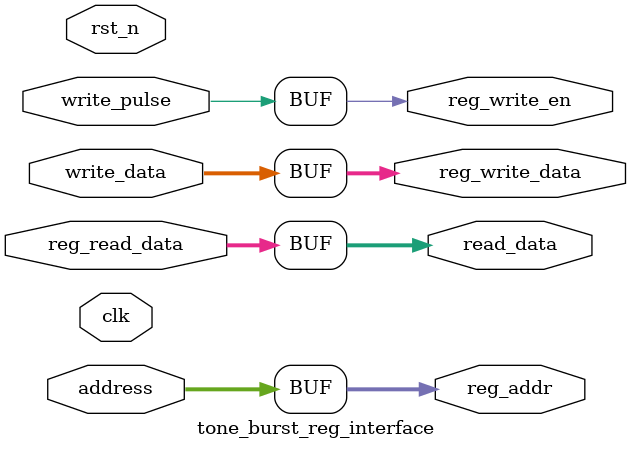
<source format=v>

module tone_burst_register_bank #(
    parameter DATA_WIDTH = 32,          // Width of data bus
    parameter ADDR_WIDTH = 4,           // Width of address bus (supports 16 registers)
    parameter NUM_REGISTERS = 7         // Number of registers implemented (reduced from 8)
)(
    input  wire clk,
    input  wire rst_n,                  // Synchronous active-low reset
    
    // External interface for register access
    input  wire                     reg_write_en,
    input  wire [ADDR_WIDTH-1:0]    reg_addr,
    input  wire [DATA_WIDTH-1:0]    reg_write_data,
    output reg  [DATA_WIDTH-1:0]    reg_read_data,
    
    // Outputs to tone burst state machine
    output wire [DATA_WIDTH-1:0]    pulse_count,        // Number of pulses in single burst
    output wire [DATA_WIDTH-1:0]    burst_count,        // Number of bursts to generate
    output wire [DATA_WIDTH-1:0]    duty_cycle,         // Duty cycle (0-100 or 0-1024 for precision)
    output wire [DATA_WIDTH-1:0]    inter_burst_delay,  // Delay between bursts
    output wire [DATA_WIDTH-1:0]    pulse_period,       // Period of each pulse
    output wire                     enable,             // Global enable
    output wire                     trigger,            // Software trigger
    
    // Status outputs
    output wire [DATA_WIDTH-1:0]    status_reg,         // Status register
    input  wire [DATA_WIDTH-1:0]    status_inputs       // Status inputs from state machine
);

// Register addresses - makes code more maintainable
localparam ADDR_CONTROL         = 4'h0;  // Control register
localparam ADDR_PULSE_COUNT     = 4'h1;  // Pulses per burst
localparam ADDR_BURST_COUNT     = 4'h2;  // Number of bursts
localparam ADDR_DUTY_CYCLE      = 4'h3;  // Duty cycle
localparam ADDR_INTER_BURST_DLY = 4'h4;  // Inter-burst delay
localparam ADDR_PULSE_PERIOD    = 4'h5;  // Pulse period
localparam ADDR_STATUS          = 4'h6;  // Status register (read-only)

// Default values for registers
localparam DEFAULT_PULSE_COUNT     = 32'd10;      // 10 pulses per burst
localparam DEFAULT_BURST_COUNT     = 32'd5;       // 5 bursts
localparam DEFAULT_DUTY_CYCLE      = 32'd512;     // 50% duty cycle (out of 1024)
localparam DEFAULT_INTER_BURST_DLY = 32'd1000;    // 1000 clock cycles between bursts
localparam DEFAULT_PULSE_PERIOD    = 32'd100;     // 100 clock cycles per pulse

// Register bank storage
reg [DATA_WIDTH-1:0] registers [0:NUM_REGISTERS-1];

// Control register bit definitions
wire ctrl_enable    = registers[ADDR_CONTROL][0];
wire ctrl_trigger   = registers[ADDR_CONTROL][1];
wire ctrl_reset     = registers[ADDR_CONTROL][2];
wire ctrl_auto_mode = registers[ADDR_CONTROL][3];

// Initialize registers with default values
initial begin
    registers[ADDR_CONTROL]         = 32'h0;
    registers[ADDR_PULSE_COUNT]     = DEFAULT_PULSE_COUNT;
    registers[ADDR_BURST_COUNT]     = DEFAULT_BURST_COUNT;
    registers[ADDR_DUTY_CYCLE]      = DEFAULT_DUTY_CYCLE;
    registers[ADDR_INTER_BURST_DLY] = DEFAULT_INTER_BURST_DLY;
    registers[ADDR_PULSE_PERIOD]    = DEFAULT_PULSE_PERIOD;
    registers[ADDR_STATUS]          = 32'h0;
end

// Write logic with synchronous reset
always @(posedge clk) begin
    if (!rst_n) begin
        // Synchronous reset - reset occurs only on rising edge of clock
        registers[ADDR_CONTROL]         <= 32'h0;
        registers[ADDR_PULSE_COUNT]     <= DEFAULT_PULSE_COUNT;
        registers[ADDR_BURST_COUNT]     <= DEFAULT_BURST_COUNT;
        registers[ADDR_DUTY_CYCLE]      <= DEFAULT_DUTY_CYCLE;
        registers[ADDR_INTER_BURST_DLY] <= DEFAULT_INTER_BURST_DLY;
        registers[ADDR_PULSE_PERIOD]    <= DEFAULT_PULSE_PERIOD;
        registers[ADDR_STATUS]          <= 32'h0;
    end else begin
        // Handle register writes
        if (reg_write_en && (reg_addr < NUM_REGISTERS)) begin
            // Prevent writing to status register (read-only)
            if (reg_addr != ADDR_STATUS) begin
                registers[reg_addr] <= reg_write_data;
            end
        end
        
        // Update status register with inputs from state machine
        registers[ADDR_STATUS] <= status_inputs;
        
        // Self-clearing trigger bit
        if (registers[ADDR_CONTROL][1]) begin
            registers[ADDR_CONTROL][1] <= 1'b0;
        end
    end
end

// Read logic (combinational - no reset needed)
always @(*) begin
    if (reg_addr < NUM_REGISTERS) begin
        reg_read_data = registers[reg_addr];
    end else begin
        reg_read_data = {DATA_WIDTH{1'b0}};
    end
end

// Output assignments
assign pulse_count       = registers[ADDR_PULSE_COUNT];
assign burst_count       = registers[ADDR_BURST_COUNT];
assign duty_cycle        = registers[ADDR_DUTY_CYCLE];
assign inter_burst_delay = registers[ADDR_INTER_BURST_DLY];
assign pulse_period      = registers[ADDR_PULSE_PERIOD];
assign enable            = ctrl_enable;
assign trigger           = ctrl_trigger;
assign status_reg        = registers[ADDR_STATUS];

// Parameter validation (optional - can be enabled with parameter)
`ifdef PARAM_VALIDATION
    always @(posedge clk) begin
        if (reg_write_en) begin
            case (reg_addr)
                ADDR_PULSE_COUNT: begin
                    if (reg_write_data == 0) begin
                        $display("Warning: Pulse count cannot be zero");
                    end
                end
                ADDR_BURST_COUNT: begin
                    if (reg_write_data == 0) begin
                        $display("Warning: Burst count cannot be zero");
                    end
                end
                ADDR_DUTY_CYCLE: begin
                    if (reg_write_data > 1024) begin
                        $display("Warning: Duty cycle exceeds maximum value");
                    end
                end
            endcase
        end
    end
`endif

endmodule

// Register Bank Interface Wrapper (for easier external access)
// Modified to use synchronous reset
module tone_burst_reg_interface #(
    parameter DATA_WIDTH = 32,
    parameter ADDR_WIDTH = 4
)(
    input  wire                     clk,
    input  wire                     rst_n,          // Synchronous active-low reset
    
    // Simple register interface
    input  wire                     write_pulse,
    input  wire [ADDR_WIDTH-1:0]    address,
    input  wire [DATA_WIDTH-1:0]    write_data,
    output wire [DATA_WIDTH-1:0]    read_data,
    
    // Connect to register bank
    output wire                     reg_write_en,
    output wire [ADDR_WIDTH-1:0]    reg_addr,
    output wire [DATA_WIDTH-1:0]    reg_write_data,
    input  wire [DATA_WIDTH-1:0]    reg_read_data
);

// Simple interface logic (no reset needed for combinational logic)
assign reg_write_en   = write_pulse;
assign reg_addr       = address;
assign reg_write_data = write_data;
assign read_data      = reg_read_data;

endmodule
</source>
